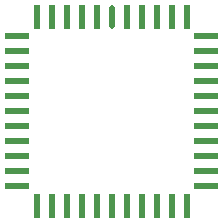
<source format=gbr>
G04 start of page 7 for group -4015 idx -4015 *
G04 Title: (unknown), toppaste *
G04 Creator: pcb 1.99z *
G04 CreationDate: Wed 21 Dec 2011 08:01:34 PM GMT UTC *
G04 For: dijkstra *
G04 Format: Gerber/RS-274X *
G04 PCB-Dimensions: 135000 80000 *
G04 PCB-Coordinate-Origin: lower left *
%MOIN*%
%FSLAX25Y25*%
%LNTOPPASTE*%
%ADD24R,0.0200X0.0200*%
%ADD23C,0.0200*%
G54D23*X47500Y73000D02*Y67000D01*
G54D24*X42500Y73000D02*Y67000D01*
X37500Y73000D02*Y67000D01*
X32500Y73000D02*Y67000D01*
X27500Y73000D02*Y67000D01*
X22500Y73000D02*Y67000D01*
X13000Y63500D02*X19000D01*
X13000Y58500D02*X19000D01*
X13000Y53500D02*X19000D01*
X13000Y48500D02*X19000D01*
X13000Y43500D02*X19000D01*
X13000Y38500D02*X19000D01*
X13000Y33500D02*X19000D01*
X13000Y28500D02*X19000D01*
X13000Y23500D02*X19000D01*
X13000Y18500D02*X19000D01*
X13000Y13500D02*X19000D01*
X22500Y10000D02*Y4000D01*
X27500Y10000D02*Y4000D01*
X32500Y10000D02*Y4000D01*
X37500Y10000D02*Y4000D01*
X42500Y10000D02*Y4000D01*
X47500Y10000D02*Y4000D01*
X52500Y10000D02*Y4000D01*
X57500Y10000D02*Y4000D01*
X62500Y10000D02*Y4000D01*
X67500Y10000D02*Y4000D01*
X72500Y10000D02*Y4000D01*
X76000Y13500D02*X82000D01*
X76000Y18500D02*X82000D01*
X76000Y23500D02*X82000D01*
X76000Y28500D02*X82000D01*
X76000Y33500D02*X82000D01*
X76000Y38500D02*X82000D01*
X76000Y43500D02*X82000D01*
X76000Y48500D02*X82000D01*
X76000Y53500D02*X82000D01*
X76000Y58500D02*X82000D01*
X76000Y63500D02*X82000D01*
X72500Y73000D02*Y67000D01*
X67500Y73000D02*Y67000D01*
X62500Y73000D02*Y67000D01*
X57500Y73000D02*Y67000D01*
X52500Y73000D02*Y67000D01*
M02*

</source>
